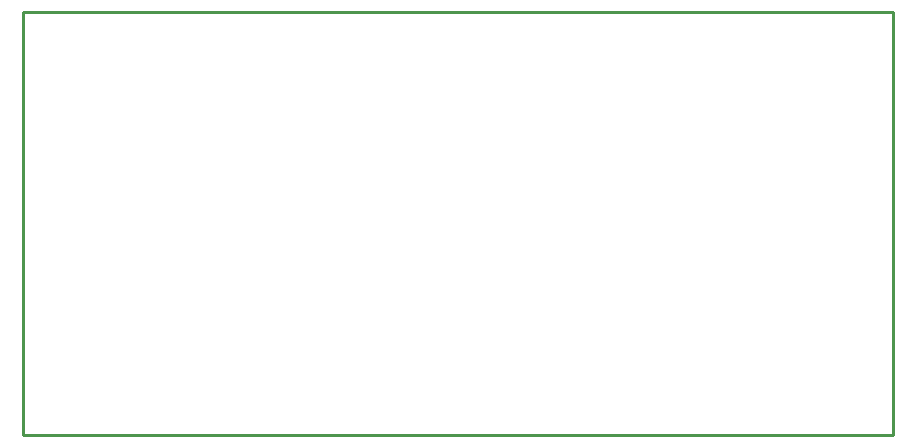
<source format=gko>
G04 Layer: BoardOutline*
G04 EasyEDA v6.4.7, 2020-10-15T22:52:29+02:00*
G04 9b8f394e45984ab69384a79ff89e00da,6cad3e709bf64c02bac7d46d3581b9cb,10*
G04 Gerber Generator version 0.2*
G04 Scale: 100 percent, Rotated: No, Reflected: No *
G04 Dimensions in millimeters *
G04 leading zeros omitted , absolute positions ,3 integer and 3 decimal *
%FSLAX33Y33*%
%MOMM*%
G90*
D02*

%ADD10C,0.254000*%
G54D10*
G01X0Y35814D02*
G01X73660Y35814D01*
G01X73660Y0D01*
G01X0Y0D01*
G01X0Y35814D01*

%LPD*%
M00*
M02*

</source>
